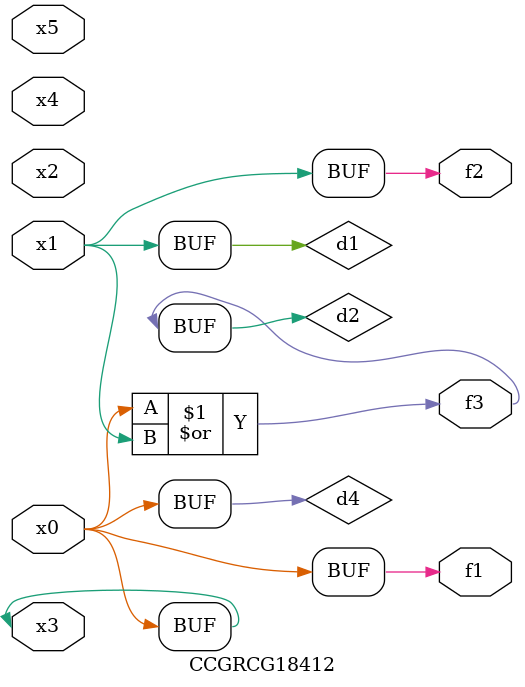
<source format=v>
module CCGRCG18412(
	input x0, x1, x2, x3, x4, x5,
	output f1, f2, f3
);

	wire d1, d2, d3, d4;

	and (d1, x1);
	or (d2, x0, x1);
	nand (d3, x0, x5);
	buf (d4, x0, x3);
	assign f1 = d4;
	assign f2 = d1;
	assign f3 = d2;
endmodule

</source>
